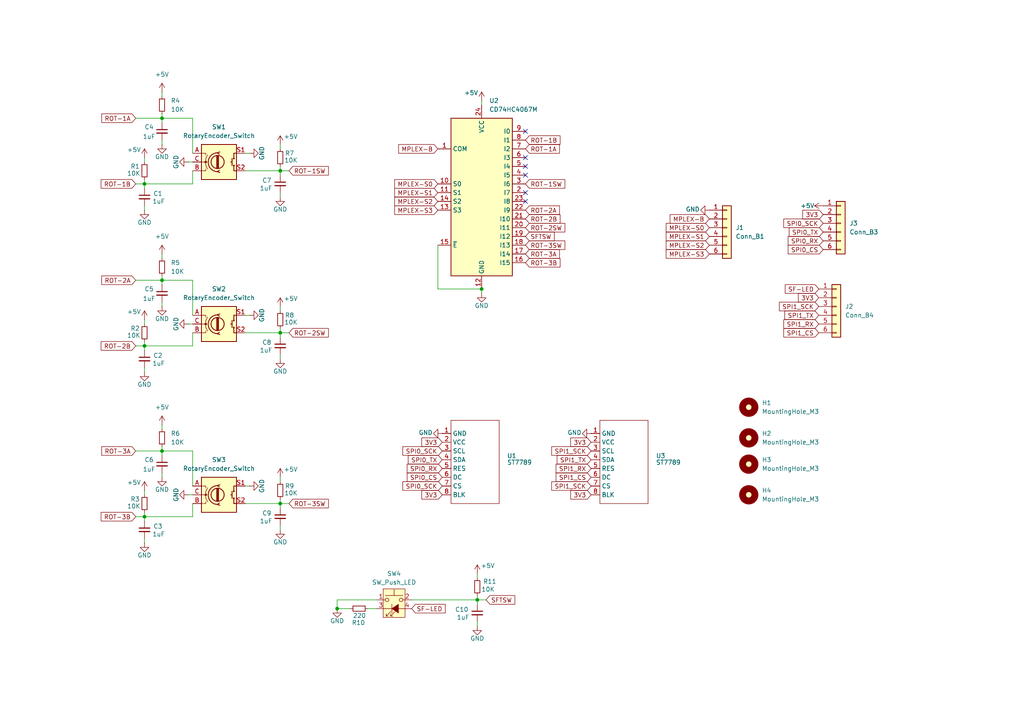
<source format=kicad_sch>
(kicad_sch (version 20231120) (generator "eeschema") (generator_version "8.0")
  (paper "A4")
  (lib_symbols
    (symbol "74xx:CD74HC4067M"
      (property "Reference" "U" (at -8.89 22.86 0))
      (property "Value" "CD74HC4067M" (at 1.27 22.86 0))
      (symbol "CD74HC4067M_0_1"
        (rectangle (start -8.89 21.59) (end 8.89 -24.13) (stroke (width 0.254)) (fill (type background)))
      )
      (symbol "CD74HC4067M_1_1"
        (pin passive line (at -12.7 12.7 0) (length 3.81) (name "COM") (number "1"))
        (pin input line (at -12.7 2.54 0) (length 3.81) (name "S0") (number "10"))
        (pin input line (at -12.7 0 0) (length 3.81) (name "S1") (number "11"))
        (pin power_in line (at 0 -27.94 90) (length 3.81) (name "GND") (number "12"))
        (pin input line (at -12.7 -5.08 0) (length 3.81) (name "S3") (number "13"))
        (pin input line (at -12.7 -2.54 0) (length 3.81) (name "S2") (number "14"))
        (pin input line (at -12.7 -15.24 0) (length 3.81) (name "~{E}") (number "15"))
        (pin passive line (at 12.7 -20.32 180) (length 3.81) (name "I15") (number "16"))
        (pin passive line (at 12.7 -17.78 180) (length 3.81) (name "I14") (number "17"))
        (pin passive line (at 12.7 -15.24 180) (length 3.81) (name "I13") (number "18"))
        (pin passive line (at 12.7 -12.7 180) (length 3.81) (name "I12") (number "19"))
        (pin passive line (at 12.7 0 180) (length 3.81) (name "I7") (number "2"))
        (pin passive line (at 12.7 -10.16 180) (length 3.81) (name "I11") (number "20"))
        (pin passive line (at 12.7 -7.62 180) (length 3.81) (name "I10") (number "21"))
        (pin passive line (at 12.7 -5.08 180) (length 3.81) (name "I9") (number "22"))
        (pin passive line (at 12.7 -2.54 180) (length 3.81) (name "I8") (number "23"))
        (pin power_in line (at 0 25.4 270) (length 3.81) (name "VCC") (number "24"))
        (pin passive line (at 12.7 2.54 180) (length 3.81) (name "I6") (number "3"))
        (pin passive line (at 12.7 5.08 180) (length 3.81) (name "I5") (number "4"))
        (pin passive line (at 12.7 7.62 180) (length 3.81) (name "I4") (number "5"))
        (pin passive line (at 12.7 10.16 180) (length 3.81) (name "I3") (number "6"))
        (pin passive line (at 12.7 12.7 180) (length 3.81) (name "I2") (number "7"))
        (pin passive line (at 12.7 15.24 180) (length 3.81) (name "I1") (number "8"))
        (pin passive line (at 12.7 17.78 180) (length 3.81) (name "I0") (number "9"))
      )
    )
    (symbol "Connector_Generic:Conn_01x06" (pin_names (offset 1.016) hide)
      (property "Reference" "J" (at 0 7.62 0))
      (property "Value" "Conn_01x06" (at 0 -10.16 0))
      (symbol "Conn_01x06_1_1"
        (rectangle (start -1.27 -7.493) (end 0 -7.747) (stroke (width 0.1524)))
        (rectangle (start -1.27 -4.953) (end 0 -5.207) (stroke (width 0.1524)))
        (rectangle (start -1.27 -2.413) (end 0 -2.667) (stroke (width 0.1524)))
        (rectangle (start -1.27 0.127) (end 0 -0.127) (stroke (width 0.1524)))
        (rectangle (start -1.27 2.667) (end 0 2.413) (stroke (width 0.1524)))
        (rectangle (start -1.27 5.207) (end 0 4.953) (stroke (width 0.1524)))
        (rectangle (start -1.27 6.35) (end 1.27 -8.89) (stroke (width 0.254)) (fill (type background)))
        (pin passive line (at -5.08 5.08 0) (length 3.81) (name "Pin_1") (number "1"))
        (pin passive line (at -5.08 2.54 0) (length 3.81) (name "Pin_2") (number "2"))
        (pin passive line (at -5.08 0 0) (length 3.81) (name "Pin_3") (number "3"))
        (pin passive line (at -5.08 -2.54 0) (length 3.81) (name "Pin_4") (number "4"))
        (pin passive line (at -5.08 -5.08 0) (length 3.81) (name "Pin_5") (number "5"))
        (pin passive line (at -5.08 -7.62 0) (length 3.81) (name "Pin_6") (number "6"))
      )
    )
    (symbol "Device:C_Small" (pin_numbers hide) (pin_names (offset 0.254) hide)
      (property "Reference" "C" (at 0.254 1.778 0))
      (property "Value" "C_Small" (at 0.254 -2.032 0))
      (symbol "C_Small_0_1"
        (polyline (pts (xy -1.524 -0.508) (xy 1.524 -0.508)) (stroke (width 0.3302)))
        (polyline (pts (xy -1.524 0.508) (xy 1.524 0.508)) (stroke (width 0.3048)))
      )
      (symbol "C_Small_1_1"
        (pin passive line (at 0 2.54 270) (length 2.032) (name "~") (number "1"))
        (pin passive line (at 0 -2.54 90) (length 2.032) (name "~") (number "2"))
      )
    )
    (symbol "Device:R_Small" (pin_numbers hide) (pin_names (offset 0.254) hide)
      (property "Reference" "R" (at 0.762 0.508 0))
      (property "Value" "R_Small" (at 0.762 -1.016 0))
      (symbol "R_Small_0_1"
        (rectangle (start -0.762 1.778) (end 0.762 -1.778) (stroke (width 0.2032)))
      )
      (symbol "R_Small_1_1"
        (pin passive line (at 0 2.54 270) (length 0.762) (name "~") (number "1"))
        (pin passive line (at 0 -2.54 90) (length 0.762) (name "~") (number "2"))
      )
    )
    (symbol "Device:RotaryEncoder_Switch" (pin_names (offset 0.254) hide)
      (property "Reference" "SW" (at 0 6.604 0))
      (property "Value" "RotaryEncoder_Switch" (at 0 -6.604 0))
      (symbol "RotaryEncoder_Switch_0_1"
        (rectangle (start -5.08 5.08) (end 5.08 -5.08) (stroke (width 0.254)) (fill (type background)))
        (circle (center -3.81 0) (radius 0.254) (fill (type outline)))
        (circle (center -0.381 0) (radius 1.905) (stroke (width 0.254)))
        (arc (start -0.381 2.667) (mid -3.0988 -0.0635) (end -0.381 -2.794) (stroke (width 0.254)))
        (polyline (pts (xy -0.635 -1.778) (xy -0.635 1.778)) (stroke (width 0.254)))
        (polyline (pts (xy -0.381 -1.778) (xy -0.381 1.778)) (stroke (width 0.254)))
        (polyline (pts (xy -0.127 1.778) (xy -0.127 -1.778)) (stroke (width 0.254)))
        (polyline (pts (xy 3.81 0) (xy 3.429 0)) (stroke (width 0.254)))
        (polyline (pts (xy 3.81 1.016) (xy 3.81 -1.016)) (stroke (width 0.254)))
        (polyline (pts (xy -5.08 -2.54) (xy -3.81 -2.54) (xy -3.81 -2.032)))
        (polyline (pts (xy -5.08 2.54) (xy -3.81 2.54) (xy -3.81 2.032)))
        (polyline (pts (xy 0.254 -3.048) (xy -0.508 -2.794) (xy 0.127 -2.413)) (stroke (width 0.254)))
        (polyline (pts (xy 0.254 2.921) (xy -0.508 2.667) (xy 0.127 2.286)) (stroke (width 0.254)))
        (polyline (pts (xy 5.08 -2.54) (xy 4.318 -2.54) (xy 4.318 -1.016)) (stroke (width 0.254)))
        (polyline (pts (xy 5.08 2.54) (xy 4.318 2.54) (xy 4.318 1.016)) (stroke (width 0.254)))
        (polyline (pts (xy -5.08 0) (xy -3.81 0) (xy -3.81 -1.016) (xy -3.302 -2.032)))
        (polyline (pts (xy -4.318 0) (xy -3.81 0) (xy -3.81 1.016) (xy -3.302 2.032)))
        (circle (center 4.318 -1.016) (radius 0.127) (stroke (width 0.254)))
        (circle (center 4.318 1.016) (radius 0.127) (stroke (width 0.254)))
      )
      (symbol "RotaryEncoder_Switch_1_1"
        (pin passive line (at -7.62 2.54 0) (length 2.54) (name "A") (number "A"))
        (pin passive line (at -7.62 -2.54 0) (length 2.54) (name "B") (number "B"))
        (pin passive line (at -7.62 0 0) (length 2.54) (name "C") (number "C"))
        (pin passive line (at 7.62 2.54 180) (length 2.54) (name "S1") (number "S1"))
        (pin passive line (at 7.62 -2.54 180) (length 2.54) (name "S2") (number "S2"))
      )
    )
    (symbol "PCM_SL_Mechanical:MountingHole_M3"
      (property "Reference" "H" (at 0 7.62 0))
      (property "Value" "MountingHole_M3" (at 0 5.08 0))
      (symbol "MountingHole_M3_0_1"
        (circle (center 0 0) (radius 1.27) (fill (type background)))
        (circle (center 0 0) (radius 1.7961) (stroke (width 2)))
      )
    )
    (symbol "Switch:SW_Push_LED" (pin_names (offset 1.016) hide)
      (property "Reference" "SW" (at 0 7.62 0))
      (property "Value" "SW_Push_LED" (at 0 -3.81 0))
      (symbol "SW_Push_LED_0_0"
        (polyline (pts (xy -2.54 0) (xy 2.54 0)))
        (polyline (pts (xy -2.286 -2.159) (xy -1.016 -0.889)))
        (polyline (pts (xy -1.016 -2.159) (xy 0.254 -0.889)))
        (polyline (pts (xy -0.635 1.27) (xy -0.635 -1.27)))
        (polyline (pts (xy -2.286 -1.524) (xy -2.286 -2.159) (xy -1.651 -2.159)))
        (polyline (pts (xy -1.016 -1.524) (xy -1.016 -2.159) (xy -0.381 -2.159)))
        (polyline (pts (xy -0.635 0) (xy 1.27 1.27) (xy 1.27 -1.27) (xy -0.635 0)) (fill (type outline)))
      )
      (symbol "SW_Push_LED_0_1"
        (circle (center -2.032 2.54) (radius 0.508))
        (polyline (pts (xy 0 3.81) (xy 0 5.588)))
        (polyline (pts (xy 2.54 3.81) (xy -2.54 3.81)))
        (circle (center 2.032 2.54) (radius 0.508))
        (pin passive line (at -5.08 2.54 0) (length 2.54) (name "1") (number "1"))
        (pin passive line (at 5.08 2.54 180) (length 2.54) (name "2") (number "2"))
        (pin passive line (at -5.08 0 0) (length 2.54) (name "K") (number "3"))
        (pin passive line (at 5.08 0 180) (length 2.54) (name "A") (number "4"))
      )
      (symbol "SW_Push_LED_1_1"
        (rectangle (start -3.175 5.715) (end 3.175 -2.54) (fill (type background)))
      )
    )
    (symbol "power:+5V" (power) (pin_numbers hide) (pin_names (offset 0) hide)
      (property "Value" "+5V" (at 0 3.556 0))
      (symbol "+5V_0_1"
        (polyline (pts (xy -0.762 1.27) (xy 0 2.54)))
        (polyline (pts (xy 0 0) (xy 0 2.54)))
        (polyline (pts (xy 0 2.54) (xy 0.762 1.27)))
      )
      (symbol "+5V_1_1"
        (pin power_in line (at 0 0 90) (length 0) (name "~") (number "1"))
      )
    )
    (symbol "power:GND" (power) (pin_numbers hide) (pin_names (offset 0) hide)
      (property "Value" "GND" (at 0 -3.81 0))
      (symbol "GND_0_1"
        (polyline (pts (xy 0 0) (xy 0 -1.27) (xy 1.27 -1.27) (xy 0 -2.54) (xy -1.27 -1.27) (xy 0 -1.27)))
      )
      (symbol "GND_1_1"
        (pin power_in line (at 0 0 270) (length 0) (name "~") (number "1"))
      )
    )
    (symbol "r3m1xxx_Library:ST7789-oled"
      (property "Reference" "U" (at -1.016 9.652 0))
      (symbol "ST7789-oled_0_1"
        (rectangle (start -7.62 11.43) (end 6.35 -12.7))
      )
      (symbol "ST7789-oled_1_1"
        (pin input line (at -10.16 7.62 0) (length 2.54) (name "GND") (number "1"))
        (pin input line (at -10.16 5.08 0) (length 2.54) (name "VCC") (number "2"))
        (pin input line (at -10.16 2.54 0) (length 2.54) (name "SCL") (number "3"))
        (pin input line (at -10.16 0 0) (length 2.54) (name "SDA") (number "4"))
        (pin input line (at -10.16 -2.54 0) (length 2.54) (name "RES") (number "5"))
        (pin input line (at -10.16 -5.08 0) (length 2.54) (name "DC") (number "6"))
        (pin input line (at -10.16 -7.62 0) (length 2.54) (name "CS") (number "7"))
        (pin input line (at -10.16 -10.16 0) (length 2.54) (name "BLK") (number "8"))
      )
    )
  )
  (junction (at 46.99 81.28))
  (junction (at 41.91 53.34))
  (junction (at 46.99 34.29))
  (junction (at 41.91 149.86))
  (junction (at 139.7 83.82))
  (junction (at 97.79 176.53))
  (junction (at 81.28 96.52))
  (junction (at 81.28 146.05))
  (junction (at 46.99 130.81))
  (junction (at 138.43 173.99))
  (junction (at 41.91 100.33))
  (junction (at 81.28 49.53))
  (no_connect (at 152.4 50.8))
  (no_connect (at 152.4 55.88))
  (no_connect (at 152.4 48.26))
  (no_connect (at 152.4 45.72))
  (no_connect (at 152.4 58.42))
  (no_connect (at 152.4 38.1))
  (wire (pts (xy 138.43 180.34) (xy 138.43 181.61)))
  (wire (pts (xy 55.88 53.34) (xy 55.88 49.53)))
  (wire (pts (xy 81.28 41.91) (xy 81.28 43.18)))
  (wire (pts (xy 72.39 140.97) (xy 71.12 140.97)))
  (wire (pts (xy 55.88 34.29) (xy 55.88 44.45)))
  (wire (pts (xy 81.28 49.53) (xy 81.28 48.26)))
  (wire (pts (xy 54.61 143.51) (xy 55.88 143.51)))
  (wire (pts (xy 127 71.12) (xy 127 83.82)))
  (wire (pts (xy 81.28 138.43) (xy 81.28 139.7)))
  (wire (pts (xy 41.91 149.86) (xy 41.91 148.59)))
  (wire (pts (xy 71.12 146.05) (xy 81.28 146.05)))
  (wire (pts (xy 46.99 81.28) (xy 55.88 81.28)))
  (wire (pts (xy 81.28 88.9) (xy 81.28 90.17)))
  (wire (pts (xy 46.99 130.81) (xy 55.88 130.81)))
  (wire (pts (xy 97.79 176.53) (xy 101.6 176.53)))
  (wire (pts (xy 39.37 130.81) (xy 46.99 130.81)))
  (wire (pts (xy 83.82 96.52) (xy 81.28 96.52)))
  (wire (pts (xy 81.28 97.79) (xy 81.28 96.52)))
  (wire (pts (xy 119.38 173.99) (xy 138.43 173.99)))
  (wire (pts (xy 81.28 50.8) (xy 81.28 49.53)))
  (wire (pts (xy 81.28 152.4) (xy 81.28 153.67)))
  (wire (pts (xy 46.99 35.56) (xy 46.99 34.29)))
  (wire (pts (xy 46.99 87.63) (xy 46.99 88.9)))
  (wire (pts (xy 109.22 173.99) (xy 97.79 173.99)))
  (wire (pts (xy 41.91 59.69) (xy 41.91 60.96)))
  (wire (pts (xy 41.91 53.34) (xy 41.91 52.07)))
  (wire (pts (xy 55.88 100.33) (xy 55.88 96.52)))
  (wire (pts (xy 72.39 91.44) (xy 71.12 91.44)))
  (wire (pts (xy 41.91 92.71) (xy 41.91 93.98)))
  (wire (pts (xy 39.37 81.28) (xy 46.99 81.28)))
  (wire (pts (xy 41.91 149.86) (xy 55.88 149.86)))
  (wire (pts (xy 39.37 149.86) (xy 41.91 149.86)))
  (wire (pts (xy 140.97 173.99) (xy 138.43 173.99)))
  (wire (pts (xy 139.7 29.21) (xy 139.7 30.48)))
  (wire (pts (xy 139.7 83.82) (xy 139.7 85.09)))
  (wire (pts (xy 41.91 100.33) (xy 41.91 99.06)))
  (wire (pts (xy 41.91 53.34) (xy 55.88 53.34)))
  (wire (pts (xy 46.99 81.28) (xy 46.99 80.01)))
  (wire (pts (xy 71.12 49.53) (xy 81.28 49.53)))
  (wire (pts (xy 97.79 173.99) (xy 97.79 176.53)))
  (wire (pts (xy 41.91 142.24) (xy 41.91 143.51)))
  (wire (pts (xy 54.61 93.98) (xy 55.88 93.98)))
  (wire (pts (xy 138.43 173.99) (xy 138.43 172.72)))
  (wire (pts (xy 39.37 100.33) (xy 41.91 100.33)))
  (wire (pts (xy 46.99 73.66) (xy 46.99 74.93)))
  (wire (pts (xy 138.43 166.37) (xy 138.43 167.64)))
  (wire (pts (xy 106.68 176.53) (xy 109.22 176.53)))
  (wire (pts (xy 46.99 26.67) (xy 46.99 27.94)))
  (wire (pts (xy 41.91 100.33) (xy 55.88 100.33)))
  (wire (pts (xy 55.88 149.86) (xy 55.88 146.05)))
  (wire (pts (xy 46.99 132.08) (xy 46.99 130.81)))
  (wire (pts (xy 41.91 54.61) (xy 41.91 53.34)))
  (wire (pts (xy 46.99 130.81) (xy 46.99 129.54)))
  (wire (pts (xy 81.28 55.88) (xy 81.28 57.15)))
  (wire (pts (xy 81.28 102.87) (xy 81.28 104.14)))
  (wire (pts (xy 39.37 53.34) (xy 41.91 53.34)))
  (wire (pts (xy 55.88 130.81) (xy 55.88 140.97)))
  (wire (pts (xy 83.82 49.53) (xy 81.28 49.53)))
  (wire (pts (xy 41.91 106.68) (xy 41.91 107.95)))
  (wire (pts (xy 72.39 44.45) (xy 71.12 44.45)))
  (wire (pts (xy 41.91 45.72) (xy 41.91 46.99)))
  (wire (pts (xy 83.82 146.05) (xy 81.28 146.05)))
  (wire (pts (xy 46.99 40.64) (xy 46.99 41.91)))
  (wire (pts (xy 39.37 34.29) (xy 46.99 34.29)))
  (wire (pts (xy 138.43 175.26) (xy 138.43 173.99)))
  (wire (pts (xy 81.28 146.05) (xy 81.28 144.78)))
  (wire (pts (xy 46.99 82.55) (xy 46.99 81.28)))
  (wire (pts (xy 81.28 96.52) (xy 81.28 95.25)))
  (wire (pts (xy 46.99 34.29) (xy 46.99 33.02)))
  (wire (pts (xy 55.88 81.28) (xy 55.88 91.44)))
  (wire (pts (xy 41.91 101.6) (xy 41.91 100.33)))
  (wire (pts (xy 46.99 123.19) (xy 46.99 124.46)))
  (wire (pts (xy 41.91 156.21) (xy 41.91 157.48)))
  (wire (pts (xy 46.99 137.16) (xy 46.99 138.43)))
  (wire (pts (xy 71.12 96.52) (xy 81.28 96.52)))
  (wire (pts (xy 46.99 34.29) (xy 55.88 34.29)))
  (wire (pts (xy 41.91 151.13) (xy 41.91 149.86)))
  (wire (pts (xy 127 83.82) (xy 139.7 83.82)))
  (wire (pts (xy 81.28 147.32) (xy 81.28 146.05)))
  (wire (pts (xy 54.61 46.99) (xy 55.88 46.99)))
  (global_label "MPLEX-B" (shape input) (at 205.74 63.5 180) (property "Intersheetrefs" "${INTERSHEET_REFS}" (effects (hide yes))))
  (global_label "ROT-2B" (shape input) (at 152.4 63.5 0) (property "Intersheetrefs" "${INTERSHEET_REFS}" (effects (hide yes))))
  (global_label "SFTSW" (shape input) (at 140.97 173.99 0) (property "Intersheetrefs" "${INTERSHEET_REFS}" (effects (hide yes))))
  (global_label "MPLEX-S3" (shape input) (at 127 60.96 180) (property "Intersheetrefs" "${INTERSHEET_REFS}" (effects (hide yes))))
  (global_label "SPI0_TX" (shape input) (at 238.76 67.31 180) (property "Intersheetrefs" "${INTERSHEET_REFS}" (effects (hide yes))))
  (global_label "SPI1_SCK" (shape input) (at 171.45 130.81 180) (property "Intersheetrefs" "${INTERSHEET_REFS}" (effects (hide yes))))
  (global_label "3V3" (shape input) (at 128.27 128.27 180) (property "Intersheetrefs" "${INTERSHEET_REFS}" (effects (hide yes))))
  (global_label "SF-LED" (shape input) (at 237.49 83.82 180) (property "Intersheetrefs" "${INTERSHEET_REFS}" (effects (hide yes))))
  (global_label "ROT-2B" (shape input) (at 39.37 100.33 180) (property "Intersheetrefs" "${INTERSHEET_REFS}" (effects (hide yes))))
  (global_label "SPI1_CS" (shape input) (at 237.49 96.52 180) (property "Intersheetrefs" "${INTERSHEET_REFS}" (effects (hide yes))))
  (global_label "SPI0_SCK" (shape input) (at 128.27 140.97 180) (property "Intersheetrefs" "${INTERSHEET_REFS}" (effects (hide yes))))
  (global_label "3V3" (shape input) (at 171.45 128.27 180) (property "Intersheetrefs" "${INTERSHEET_REFS}" (effects (hide yes))))
  (global_label "MPLEX-B" (shape input) (at 127 43.18 180) (property "Intersheetrefs" "${INTERSHEET_REFS}" (effects (hide yes))))
  (global_label "ROT-2SW" (shape input) (at 152.4 66.04 0) (property "Intersheetrefs" "${INTERSHEET_REFS}" (effects (hide yes))))
  (global_label "SPI0_RX" (shape input) (at 128.27 135.89 180) (property "Intersheetrefs" "${INTERSHEET_REFS}" (effects (hide yes))))
  (global_label "ROT-1B" (shape input) (at 152.4 40.64 0) (property "Intersheetrefs" "${INTERSHEET_REFS}" (effects (hide yes))))
  (global_label "SPI1_SCK" (shape input) (at 237.49 88.9 180) (property "Intersheetrefs" "${INTERSHEET_REFS}" (effects (hide yes))))
  (global_label "3V3" (shape input) (at 237.49 86.36 180) (property "Intersheetrefs" "${INTERSHEET_REFS}" (effects (hide yes))))
  (global_label "MPLEX-S0" (shape input) (at 127 53.34 180) (property "Intersheetrefs" "${INTERSHEET_REFS}" (effects (hide yes))))
  (global_label "ROT-1SW" (shape input) (at 83.82 49.53 0) (property "Intersheetrefs" "${INTERSHEET_REFS}" (effects (hide yes))))
  (global_label "ROT-2A" (shape input) (at 39.37 81.28 180) (property "Intersheetrefs" "${INTERSHEET_REFS}" (effects (hide yes))))
  (global_label "ROT-2SW" (shape input) (at 83.82 96.52 0) (property "Intersheetrefs" "${INTERSHEET_REFS}" (effects (hide yes))))
  (global_label "MPLEX-S1" (shape input) (at 127 55.88 180) (property "Intersheetrefs" "${INTERSHEET_REFS}" (effects (hide yes))))
  (global_label "ROT-3A" (shape input) (at 152.4 73.66 0) (property "Intersheetrefs" "${INTERSHEET_REFS}" (effects (hide yes))))
  (global_label "SPI1_CS" (shape input) (at 171.45 138.43 180) (property "Intersheetrefs" "${INTERSHEET_REFS}" (effects (hide yes))))
  (global_label "SPI0_SCK" (shape input) (at 238.76 64.77 180) (property "Intersheetrefs" "${INTERSHEET_REFS}" (effects (hide yes))))
  (global_label "MPLEX-S2" (shape input) (at 127 58.42 180) (property "Intersheetrefs" "${INTERSHEET_REFS}" (effects (hide yes))))
  (global_label "ROT-3SW" (shape input) (at 83.82 146.05 0) (property "Intersheetrefs" "${INTERSHEET_REFS}" (effects (hide yes))))
  (global_label "SPI0_RX" (shape input) (at 238.76 69.85 180) (property "Intersheetrefs" "${INTERSHEET_REFS}" (effects (hide yes))))
  (global_label "3V3" (shape input) (at 238.76 62.23 180) (property "Intersheetrefs" "${INTERSHEET_REFS}" (effects (hide yes))))
  (global_label "SPI0_TX" (shape input) (at 128.27 133.35 180) (property "Intersheetrefs" "${INTERSHEET_REFS}" (effects (hide yes))))
  (global_label "ROT-1A" (shape input) (at 152.4 43.18 0) (property "Intersheetrefs" "${INTERSHEET_REFS}" (effects (hide yes))))
  (global_label "3V3" (shape input) (at 128.27 143.51 180) (property "Intersheetrefs" "${INTERSHEET_REFS}" (effects (hide yes))))
  (global_label "MPLEX-S0" (shape input) (at 205.74 66.04 180) (property "Intersheetrefs" "${INTERSHEET_REFS}" (effects (hide yes))))
  (global_label "SPI1_SCK" (shape input) (at 171.45 140.97 180) (property "Intersheetrefs" "${INTERSHEET_REFS}" (effects (hide yes))))
  (global_label "ROT-2A" (shape input) (at 152.4 60.96 0) (property "Intersheetrefs" "${INTERSHEET_REFS}" (effects (hide yes))))
  (global_label "ROT-1SW" (shape input) (at 152.4 53.34 0) (property "Intersheetrefs" "${INTERSHEET_REFS}" (effects (hide yes))))
  (global_label "SPI1_RX" (shape input) (at 171.45 135.89 180) (property "Intersheetrefs" "${INTERSHEET_REFS}" (effects (hide yes))))
  (global_label "ROT-3B" (shape input) (at 152.4 76.2 0) (property "Intersheetrefs" "${INTERSHEET_REFS}" (effects (hide yes))))
  (global_label "SPI1_TX" (shape input) (at 237.49 91.44 180) (property "Intersheetrefs" "${INTERSHEET_REFS}" (effects (hide yes))))
  (global_label "ROT-3SW" (shape input) (at 152.4 71.12 0) (property "Intersheetrefs" "${INTERSHEET_REFS}" (effects (hide yes))))
  (global_label "ROT-3B" (shape input) (at 39.37 149.86 180) (property "Intersheetrefs" "${INTERSHEET_REFS}" (effects (hide yes))))
  (global_label "SPI1_RX" (shape input) (at 237.49 93.98 180) (property "Intersheetrefs" "${INTERSHEET_REFS}" (effects (hide yes))))
  (global_label "ROT-3A" (shape input) (at 39.37 130.81 180) (property "Intersheetrefs" "${INTERSHEET_REFS}" (effects (hide yes))))
  (global_label "MPLEX-S3" (shape input) (at 205.74 73.66 180) (property "Intersheetrefs" "${INTERSHEET_REFS}" (effects (hide yes))))
  (global_label "SFTSW" (shape input) (at 152.4 68.58 0) (property "Intersheetrefs" "${INTERSHEET_REFS}" (effects (hide yes))))
  (global_label "MPLEX-S2" (shape input) (at 205.74 71.12 180) (property "Intersheetrefs" "${INTERSHEET_REFS}" (effects (hide yes))))
  (global_label "SPI0_SCK" (shape input) (at 128.27 130.81 180) (property "Intersheetrefs" "${INTERSHEET_REFS}" (effects (hide yes))))
  (global_label "SF-LED" (shape input) (at 119.38 176.53 0) (property "Intersheetrefs" "${INTERSHEET_REFS}" (effects (hide yes))))
  (global_label "SPI1_TX" (shape input) (at 171.45 133.35 180) (property "Intersheetrefs" "${INTERSHEET_REFS}" (effects (hide yes))))
  (global_label "SPI0_CS" (shape input) (at 238.76 72.39 180) (property "Intersheetrefs" "${INTERSHEET_REFS}" (effects (hide yes))))
  (global_label "SPI0_CS" (shape input) (at 128.27 138.43 180) (property "Intersheetrefs" "${INTERSHEET_REFS}" (effects (hide yes))))
  (global_label "MPLEX-S1" (shape input) (at 205.74 68.58 180) (property "Intersheetrefs" "${INTERSHEET_REFS}" (effects (hide yes))))
  (global_label "3V3" (shape input) (at 171.45 143.51 180) (property "Intersheetrefs" "${INTERSHEET_REFS}" (effects (hide yes))))
  (global_label "ROT-1A" (shape input) (at 39.37 34.29 180) (property "Intersheetrefs" "${INTERSHEET_REFS}" (effects (hide yes))))
  (global_label "ROT-1B" (shape input) (at 39.37 53.34 180) (property "Intersheetrefs" "${INTERSHEET_REFS}" (effects (hide yes))))
  (symbol (lib_id "r3m1xxx_Library:ST7789-oled") (at 138.43 133.35 0) (unit 1)
    (property "Reference" "U1" (at 147.066 132.2069 0) (effects (justify left)))
    (property "Value" "ST7789" (at 147.066 134.112 0) (effects (justify left)))
    (property "Footprint" "Display-oled:RGB_096" (effects (hide yes)))
  )
  (symbol (lib_id "Device:C_Small") (at 81.28 53.34 0) (mirror y) (unit 1)
    (property "Reference" "C7" (at 78.74 52.324 0) (effects (justify left)))
    (property "Value" "1uF" (at 78.994 54.61 0) (effects (justify left)))
    (property "Footprint" "Capacitor_SMD:C_1206_3216Metric_Pad1.33x1.80mm_HandSolder" (effects (hide yes)))
    (property "Description" "Unpolarized capacitor, small symbol" (effects (hide yes)))
  )
  (symbol (lib_id "Device:C_Small") (at 46.99 85.09 0) (unit 1)
    (property "Reference" "C5" (at 41.91 83.82 0) (effects (justify left)))
    (property "Value" "1uF" (at 41.402 86.614 0) (effects (justify left)))
    (property "Footprint" "Capacitor_SMD:C_1206_3216Metric_Pad1.33x1.80mm_HandSolder" (effects (hide yes)))
    (property "Description" "Unpolarized capacitor, small symbol" (effects (hide yes)))
  )
  (symbol (lib_id "power:GND") (at 205.74 60.96 270) (mirror x) (unit 1)
    (property "Reference" "#PWR032" (effects (hide yes)))
    (property "Value" "GND" (at 200.914 60.706 90))
    (property "Description" "Power symbol creates a global label with name \"GND\" , ground" (effects (hide yes)))
  )
  (symbol (lib_id "power:+5V") (at 81.28 41.91 0) (mirror y) (unit 1)
    (property "Reference" "#PWR019" (effects (hide yes)))
    (property "Value" "+5V" (at 84.328 39.624 0))
    (property "Description" "Power symbol creates a global label with name \"+5V\"" (effects (hide yes)))
  )
  (symbol (lib_id "PCM_SL_Mechanical:MountingHole_M3") (at 217.17 127 0) (unit 1)
    (property "Reference" "H2" (at 220.98 125.7299 0) (effects (justify left)))
    (property "Value" "MountingHole_M3" (at 220.98 128.2699 0) (effects (justify left)))
    (property "Footprint" "MountingHole:MountingHole_3.2mm_M3" (effects (hide yes)))
    (property "Description" "3.2mm Diameter Mounting Hole (M3)" (effects (hide yes)))
  )
  (symbol (lib_id "power:GND") (at 81.28 57.15 0) (unit 1)
    (property "Reference" "#PWR020" (effects (hide yes)))
    (property "Value" "GND" (at 81.28 60.706 0))
    (property "Description" "Power symbol creates a global label with name \"GND\" , ground" (effects (hide yes)))
  )
  (symbol (lib_id "power:+5V") (at 46.99 73.66 0) (unit 1)
    (property "Reference" "#PWR09" (effects (hide yes)))
    (property "Value" "+5V" (at 46.99 68.58 0))
    (property "Description" "Power symbol creates a global label with name \"+5V\"" (effects (hide yes)))
  )
  (symbol (lib_id "power:GND") (at 81.28 153.67 0) (unit 1)
    (property "Reference" "#PWR024" (effects (hide yes)))
    (property "Value" "GND" (at 81.28 157.226 0))
    (property "Description" "Power symbol creates a global label with name \"GND\" , ground" (effects (hide yes)))
  )
  (symbol (lib_id "Device:R_Small") (at 81.28 45.72 0) (mirror y) (unit 1)
    (property "Reference" "R7" (at 85.344 44.45 0) (effects (justify left)))
    (property "Value" "10K" (at 86.36 46.482 0) (effects (justify left)))
    (property "Footprint" "PCM_Resistor_SMD_AKL:R_1206_3216Metric_Pad1.30x1.75mm_HandSolder" (effects (hide yes)))
    (property "Description" "Resistor, small symbol" (effects (hide yes)))
  )
  (symbol (lib_id "74xx:CD74HC4067M") (at 139.7 55.88 0) (unit 1)
    (property "Reference" "U2" (at 141.8941 29.21 0) (effects (justify left)))
    (property "Value" "CD74HC4067M" (at 141.8941 31.75 0) (effects (justify left)))
    (property "Footprint" "Package_SO:SOIC-24W_7.5x15.4mm_P1.27mm" (effects (hide yes)))
    (property "Datasheet" "http://www.ti.com/lit/ds/symlink/cd74hc4067.pdf" (effects (hide yes)))
    (property "Description" "High-Speed CMOS Logic 16-Channel Analog Multiplexer/Demultiplexer, SOIC-24" (effects (hide yes)))
  )
  (symbol (lib_id "power:+5V") (at 138.43 166.37 0) (mirror y) (unit 1)
    (property "Reference" "#PWR027" (effects (hide yes)))
    (property "Value" "+5V" (at 141.478 164.084 0))
    (property "Description" "Power symbol creates a global label with name \"+5V\"" (effects (hide yes)))
  )
  (symbol (lib_id "power:GND") (at 171.45 125.73 270) (mirror x) (unit 1)
    (property "Reference" "#PWR031" (effects (hide yes)))
    (property "Value" "GND" (at 166.624 125.476 90))
    (property "Description" "Power symbol creates a global label with name \"GND\" , ground" (effects (hide yes)))
  )
  (symbol (lib_id "power:GND") (at 139.7 85.09 0) (mirror y) (unit 1)
    (property "Reference" "#PWR030" (effects (hide yes)))
    (property "Value" "GND" (at 139.7 88.646 0))
    (property "Description" "Power symbol creates a global label with name \"GND\" , ground" (effects (hide yes)))
  )
  (symbol (lib_id "r3m1xxx_Library:ST7789-oled") (at 181.61 133.35 0) (unit 1)
    (property "Reference" "U3" (at 190.246 132.2069 0) (effects (justify left)))
    (property "Value" "ST7789" (at 190.246 134.112 0) (effects (justify left)))
    (property "Footprint" "Display-oled:RGB_096" (effects (hide yes)))
  )
  (symbol (lib_id "Device:R_Small") (at 46.99 127 0) (unit 1)
    (property "Reference" "R6" (at 49.53 125.7299 0) (effects (justify left)))
    (property "Value" "10K" (at 49.53 128.2699 0) (effects (justify left)))
    (property "Footprint" "PCM_Resistor_SMD_AKL:R_1206_3216Metric_Pad1.30x1.75mm_HandSolder" (effects (hide yes)))
    (property "Description" "Resistor, small symbol" (effects (hide yes)))
  )
  (symbol (lib_id "Device:RotaryEncoder_Switch") (at 63.5 93.98 0) (unit 1)
    (property "Reference" "SW2" (at 63.5 83.82 0))
    (property "Value" "RotaryEncoder_Switch" (at 63.5 86.36 0))
    (property "Footprint" "Rotary_Encoder:RotaryEncoder_Alps_EC11E-Switch_Vertical_H20mm_CircularMountingHoles" (effects (hide yes)))
    (property "Description" "Rotary encoder, dual channel, incremental quadrate outputs, with switch" (effects (hide yes)))
  )
  (symbol (lib_id "power:+5V") (at 41.91 45.72 0) (unit 1)
    (property "Reference" "#PWR01" (effects (hide yes)))
    (property "Value" "+5V" (at 38.862 43.434 0))
    (property "Description" "Power symbol creates a global label with name \"+5V\"" (effects (hide yes)))
  )
  (symbol (lib_id "power:+5V") (at 46.99 123.19 0) (unit 1)
    (property "Reference" "#PWR011" (effects (hide yes)))
    (property "Value" "+5V" (at 46.99 118.11 0))
    (property "Description" "Power symbol creates a global label with name \"+5V\"" (effects (hide yes)))
  )
  (symbol (lib_id "Device:C_Small") (at 81.28 100.33 0) (mirror y) (unit 1)
    (property "Reference" "C8" (at 78.74 99.314 0) (effects (justify left)))
    (property "Value" "1uF" (at 78.994 101.6 0) (effects (justify left)))
    (property "Footprint" "Capacitor_SMD:C_1206_3216Metric_Pad1.33x1.80mm_HandSolder" (effects (hide yes)))
    (property "Description" "Unpolarized capacitor, small symbol" (effects (hide yes)))
  )
  (symbol (lib_id "power:GND") (at 97.79 176.53 0) (mirror y) (unit 1)
    (property "Reference" "#PWR025" (effects (hide yes)))
    (property "Value" "GND" (at 97.79 180.086 0))
    (property "Description" "Power symbol creates a global label with name \"GND\" , ground" (effects (hide yes)))
  )
  (symbol (lib_id "Device:C_Small") (at 81.28 149.86 0) (mirror y) (unit 1)
    (property "Reference" "C9" (at 78.74 148.844 0) (effects (justify left)))
    (property "Value" "1uF" (at 78.994 151.13 0) (effects (justify left)))
    (property "Footprint" "Capacitor_SMD:C_1206_3216Metric_Pad1.33x1.80mm_HandSolder" (effects (hide yes)))
    (property "Description" "Unpolarized capacitor, small symbol" (effects (hide yes)))
  )
  (symbol (lib_id "power:+5V") (at 81.28 88.9 0) (mirror y) (unit 1)
    (property "Reference" "#PWR021" (effects (hide yes)))
    (property "Value" "+5V" (at 84.328 86.614 0))
    (property "Description" "Power symbol creates a global label with name \"+5V\"" (effects (hide yes)))
  )
  (symbol (lib_id "power:GND") (at 54.61 46.99 270) (mirror x) (unit 1)
    (property "Reference" "#PWR013" (effects (hide yes)))
    (property "Value" "GND" (at 51.054 46.99 0))
    (property "Description" "Power symbol creates a global label with name \"GND\" , ground" (effects (hide yes)))
  )
  (symbol (lib_id "Device:RotaryEncoder_Switch") (at 63.5 46.99 0) (unit 1)
    (property "Reference" "SW1" (at 63.5 36.83 0))
    (property "Value" "RotaryEncoder_Switch" (at 63.5 39.37 0))
    (property "Footprint" "Rotary_Encoder:RotaryEncoder_Alps_EC11E-Switch_Vertical_H20mm_CircularMountingHoles" (effects (hide yes)))
    (property "Description" "Rotary encoder, dual channel, incremental quadrate outputs, with switch" (effects (hide yes)))
  )
  (symbol (lib_id "power:GND") (at 138.43 181.61 0) (unit 1)
    (property "Reference" "#PWR028" (effects (hide yes)))
    (property "Value" "GND" (at 138.43 185.166 0))
    (property "Description" "Power symbol creates a global label with name \"GND\" , ground" (effects (hide yes)))
  )
  (symbol (lib_id "Device:R_Small") (at 46.99 30.48 0) (unit 1)
    (property "Reference" "R4" (at 49.53 29.2099 0) (effects (justify left)))
    (property "Value" "10K" (at 49.53 31.7499 0) (effects (justify left)))
    (property "Footprint" "PCM_Resistor_SMD_AKL:R_1206_3216Metric_Pad1.30x1.75mm_HandSolder" (effects (hide yes)))
    (property "Description" "Resistor, small symbol" (effects (hide yes)))
  )
  (symbol (lib_id "power:GND") (at 72.39 140.97 90) (mirror x) (unit 1)
    (property "Reference" "#PWR018" (effects (hide yes)))
    (property "Value" "GND" (at 75.946 140.97 0))
    (property "Description" "Power symbol creates a global label with name \"GND\" , ground" (effects (hide yes)))
  )
  (symbol (lib_id "power:GND") (at 81.28 104.14 0) (unit 1)
    (property "Reference" "#PWR022" (effects (hide yes)))
    (property "Value" "GND" (at 81.28 107.696 0))
    (property "Description" "Power symbol creates a global label with name \"GND\" , ground" (effects (hide yes)))
  )
  (symbol (lib_id "PCM_SL_Mechanical:MountingHole_M3") (at 217.17 118.11 0) (unit 1)
    (property "Reference" "H1" (at 220.98 116.8399 0) (effects (justify left)))
    (property "Value" "MountingHole_M3" (at 220.98 119.3799 0) (effects (justify left)))
    (property "Footprint" "MountingHole:MountingHole_3.2mm_M3" (effects (hide yes)))
    (property "Description" "3.2mm Diameter Mounting Hole (M3)" (effects (hide yes)))
  )
  (symbol (lib_id "Connector_Generic:Conn_01x06") (at 210.82 66.04 0) (unit 1)
    (property "Reference" "J1" (at 213.36 66.0399 0) (effects (justify left)))
    (property "Value" "Conn_B1" (at 213.36 68.5799 0) (effects (justify left)))
    (property "Footprint" "Connector_PinHeader_2.54mm:PinHeader_1x06_P2.54mm_Vertical" (effects (hide yes)))
    (property "Description" "Generic connector, single row, 01x06, script generated (kicad-library-utils/schlib/autogen/connector/)" (effects (hide yes)))
  )
  (symbol (lib_id "Device:R_Small") (at 41.91 49.53 0) (unit 1)
    (property "Reference" "R1" (at 37.846 48.26 0) (effects (justify left)))
    (property "Value" "10K" (at 36.83 50.292 0) (effects (justify left)))
    (property "Footprint" "PCM_Resistor_SMD_AKL:R_1206_3216Metric_Pad1.30x1.75mm_HandSolder" (effects (hide yes)))
    (property "Description" "Resistor, small symbol" (effects (hide yes)))
  )
  (symbol (lib_id "Device:C_Small") (at 41.91 57.15 0) (unit 1)
    (property "Reference" "C1" (at 44.45 56.134 0) (effects (justify left)))
    (property "Value" "1uF" (at 44.196 58.42 0) (effects (justify left)))
    (property "Footprint" "Capacitor_SMD:C_1206_3216Metric_Pad1.33x1.80mm_HandSolder" (effects (hide yes)))
    (property "Description" "Unpolarized capacitor, small symbol" (effects (hide yes)))
  )
  (symbol (lib_id "Connector_Generic:Conn_01x06") (at 243.84 64.77 0) (unit 1)
    (property "Reference" "J3" (at 246.38 64.7699 0) (effects (justify left)))
    (property "Value" "Conn_B3" (at 246.38 67.3099 0) (effects (justify left)))
    (property "Footprint" "Connector_PinHeader_2.54mm:PinHeader_1x06_P2.54mm_Vertical" (effects (hide yes)))
    (property "Description" "Generic connector, single row, 01x06, script generated (kicad-library-utils/schlib/autogen/connector/)" (effects (hide yes)))
  )
  (symbol (lib_id "Device:C_Small") (at 41.91 104.14 0) (unit 1)
    (property "Reference" "C2" (at 44.45 103.124 0) (effects (justify left)))
    (property "Value" "1uF" (at 44.196 105.41 0) (effects (justify left)))
    (property "Footprint" "Capacitor_SMD:C_1206_3216Metric_Pad1.33x1.80mm_HandSolder" (effects (hide yes)))
    (property "Description" "Unpolarized capacitor, small symbol" (effects (hide yes)))
  )
  (symbol (lib_id "Device:R_Small") (at 81.28 142.24 0) (mirror y) (unit 1)
    (property "Reference" "R9" (at 85.344 140.97 0) (effects (justify left)))
    (property "Value" "10K" (at 86.36 143.002 0) (effects (justify left)))
    (property "Footprint" "PCM_Resistor_SMD_AKL:R_1206_3216Metric_Pad1.30x1.75mm_HandSolder" (effects (hide yes)))
    (property "Description" "Resistor, small symbol" (effects (hide yes)))
  )
  (symbol (lib_id "power:+5V") (at 139.7 29.21 0) (unit 1)
    (property "Reference" "#PWR029" (effects (hide yes)))
    (property "Value" "+5V" (at 136.652 26.924 0))
    (property "Description" "Power symbol creates a global label with name \"+5V\"" (effects (hide yes)))
  )
  (symbol (lib_id "power:+5V") (at 81.28 138.43 0) (mirror y) (unit 1)
    (property "Reference" "#PWR023" (effects (hide yes)))
    (property "Value" "+5V" (at 84.328 136.144 0))
    (property "Description" "Power symbol creates a global label with name \"+5V\"" (effects (hide yes)))
  )
  (symbol (lib_id "Device:R_Small") (at 138.43 170.18 0) (mirror y) (unit 1)
    (property "Reference" "R11" (at 144.018 168.656 0) (effects (justify left)))
    (property "Value" "10K" (at 143.51 170.942 0) (effects (justify left)))
    (property "Footprint" "PCM_Resistor_SMD_AKL:R_1206_3216Metric_Pad1.30x1.75mm_HandSolder" (effects (hide yes)))
    (property "Description" "Resistor, small symbol" (effects (hide yes)))
  )
  (symbol (lib_id "power:GND") (at 72.39 44.45 90) (mirror x) (unit 1)
    (property "Reference" "#PWR016" (effects (hide yes)))
    (property "Value" "GND" (at 75.946 44.45 0))
    (property "Description" "Power symbol creates a global label with name \"GND\" , ground" (effects (hide yes)))
  )
  (symbol (lib_id "Device:R_Small") (at 41.91 96.52 0) (unit 1)
    (property "Reference" "R2" (at 37.846 95.25 0) (effects (justify left)))
    (property "Value" "10K" (at 36.83 97.282 0) (effects (justify left)))
    (property "Footprint" "PCM_Resistor_SMD_AKL:R_1206_3216Metric_Pad1.30x1.75mm_HandSolder" (effects (hide yes)))
    (property "Description" "Resistor, small symbol" (effects (hide yes)))
  )
  (symbol (lib_id "power:GND") (at 46.99 88.9 0) (mirror y) (unit 1)
    (property "Reference" "#PWR010" (effects (hide yes)))
    (property "Value" "GND" (at 46.99 92.456 0))
    (property "Description" "Power symbol creates a global label with name \"GND\" , ground" (effects (hide yes)))
  )
  (symbol (lib_id "power:+5V") (at 41.91 142.24 0) (unit 1)
    (property "Reference" "#PWR05" (effects (hide yes)))
    (property "Value" "+5V" (at 38.862 139.954 0))
    (property "Description" "Power symbol creates a global label with name \"+5V\"" (effects (hide yes)))
  )
  (symbol (lib_id "Device:C_Small") (at 41.91 153.67 0) (unit 1)
    (property "Reference" "C3" (at 44.45 152.654 0) (effects (justify left)))
    (property "Value" "1uF" (at 44.196 154.94 0) (effects (justify left)))
    (property "Footprint" "Capacitor_SMD:C_1206_3216Metric_Pad1.33x1.80mm_HandSolder" (effects (hide yes)))
    (property "Description" "Unpolarized capacitor, small symbol" (effects (hide yes)))
  )
  (symbol (lib_id "power:+5V") (at 41.91 92.71 0) (unit 1)
    (property "Reference" "#PWR03" (effects (hide yes)))
    (property "Value" "+5V" (at 38.862 90.424 0))
    (property "Description" "Power symbol creates a global label with name \"+5V\"" (effects (hide yes)))
  )
  (symbol (lib_id "Device:R_Small") (at 81.28 92.71 0) (mirror y) (unit 1)
    (property "Reference" "R8" (at 85.344 91.44 0) (effects (justify left)))
    (property "Value" "10K" (at 86.36 93.472 0) (effects (justify left)))
    (property "Footprint" "PCM_Resistor_SMD_AKL:R_1206_3216Metric_Pad1.30x1.75mm_HandSolder" (effects (hide yes)))
    (property "Description" "Resistor, small symbol" (effects (hide yes)))
  )
  (symbol (lib_id "Device:C_Small") (at 46.99 134.62 0) (unit 1)
    (property "Reference" "C6" (at 41.91 133.35 0) (effects (justify left)))
    (property "Value" "1uF" (at 41.402 136.144 0) (effects (justify left)))
    (property "Footprint" "Capacitor_SMD:C_1206_3216Metric_Pad1.33x1.80mm_HandSolder" (effects (hide yes)))
    (property "Description" "Unpolarized capacitor, small symbol" (effects (hide yes)))
  )
  (symbol (lib_id "power:GND") (at 128.27 125.73 270) (mirror x) (unit 1)
    (property "Reference" "#PWR026" (effects (hide yes)))
    (property "Value" "GND" (at 123.444 125.476 90))
    (property "Description" "Power symbol creates a global label with name \"GND\" , ground" (effects (hide yes)))
  )
  (symbol (lib_id "Device:R_Small") (at 104.14 176.53 90) (unit 1)
    (property "Reference" "R10" (at 105.918 180.594 90) (effects (justify left)))
    (property "Value" "220" (at 106.172 178.562 90) (effects (justify left)))
    (property "Footprint" "PCM_Resistor_SMD_AKL:R_1206_3216Metric_Pad1.30x1.75mm_HandSolder" (effects (hide yes)))
    (property "Description" "Resistor, small symbol" (effects (hide yes)))
  )
  (symbol (lib_id "power:GND") (at 72.39 91.44 90) (mirror x) (unit 1)
    (property "Reference" "#PWR017" (effects (hide yes)))
    (property "Value" "GND" (at 75.946 91.44 0))
    (property "Description" "Power symbol creates a global label with name \"GND\" , ground" (effects (hide yes)))
  )
  (symbol (lib_id "power:GND") (at 41.91 60.96 0) (mirror y) (unit 1)
    (property "Reference" "#PWR02" (effects (hide yes)))
    (property "Value" "GND" (at 41.91 64.516 0))
    (property "Description" "Power symbol creates a global label with name \"GND\" , ground" (effects (hide yes)))
  )
  (symbol (lib_id "PCM_SL_Mechanical:MountingHole_M3") (at 217.17 143.51 0) (unit 1)
    (property "Reference" "H4" (at 220.98 142.2399 0) (effects (justify left)))
    (property "Value" "MountingHole_M3" (at 220.98 144.7799 0) (effects (justify left)))
    (property "Footprint" "MountingHole:MountingHole_3.2mm_M3" (effects (hide yes)))
    (property "Description" "3.2mm Diameter Mounting Hole (M3)" (effects (hide yes)))
  )
  (symbol (lib_id "power:GND") (at 46.99 41.91 0) (mirror y) (unit 1)
    (property "Reference" "#PWR08" (effects (hide yes)))
    (property "Value" "GND" (at 46.99 45.466 0))
    (property "Description" "Power symbol creates a global label with name \"GND\" , ground" (effects (hide yes)))
  )
  (symbol (lib_id "power:+5V") (at 238.76 59.69 90) (unit 1)
    (property "Reference" "#PWR033" (effects (hide yes)))
    (property "Value" "+5V" (at 234.188 59.69 90))
    (property "Description" "Power symbol creates a global label with name \"+5V\"" (effects (hide yes)))
  )
  (symbol (lib_id "PCM_SL_Mechanical:MountingHole_M3") (at 217.17 134.62 0) (unit 1)
    (property "Reference" "H3" (at 220.98 133.3499 0) (effects (justify left)))
    (property "Value" "MountingHole_M3" (at 220.98 135.8899 0) (effects (justify left)))
    (property "Footprint" "MountingHole:MountingHole_3.2mm_M3" (effects (hide yes)))
    (property "Description" "3.2mm Diameter Mounting Hole (M3)" (effects (hide yes)))
  )
  (symbol (lib_id "power:GND") (at 41.91 157.48 0) (mirror y) (unit 1)
    (property "Reference" "#PWR06" (effects (hide yes)))
    (property "Value" "GND" (at 41.91 161.036 0))
    (property "Description" "Power symbol creates a global label with name \"GND\" , ground" (effects (hide yes)))
  )
  (symbol (lib_id "Device:R_Small") (at 41.91 146.05 0) (unit 1)
    (property "Reference" "R3" (at 37.846 144.78 0) (effects (justify left)))
    (property "Value" "10K" (at 36.83 146.812 0) (effects (justify left)))
    (property "Footprint" "PCM_Resistor_SMD_AKL:R_1206_3216Metric_Pad1.30x1.75mm_HandSolder" (effects (hide yes)))
    (property "Description" "Resistor, small symbol" (effects (hide yes)))
  )
  (symbol (lib_id "power:GND") (at 54.61 93.98 270) (mirror x) (unit 1)
    (property "Reference" "#PWR014" (effects (hide yes)))
    (property "Value" "GND" (at 51.054 93.98 0))
    (property "Description" "Power symbol creates a global label with name \"GND\" , ground" (effects (hide yes)))
  )
  (symbol (lib_id "Connector_Generic:Conn_01x06") (at 242.57 88.9 0) (unit 1)
    (property "Reference" "J2" (at 245.11 88.8999 0) (effects (justify left)))
    (property "Value" "Conn_B4" (at 245.11 91.4399 0) (effects (justify left)))
    (property "Footprint" "Connector_PinHeader_2.54mm:PinHeader_1x06_P2.54mm_Vertical" (effects (hide yes)))
    (property "Description" "Generic connector, single row, 01x06, script generated (kicad-library-utils/schlib/autogen/connector/)" (effects (hide yes)))
  )
  (symbol (lib_id "Device:C_Small") (at 138.43 177.8 0) (mirror y) (unit 1)
    (property "Reference" "C10" (at 135.89 176.784 0) (effects (justify left)))
    (property "Value" "1uF" (at 136.144 179.07 0) (effects (justify left)))
    (property "Footprint" "Capacitor_SMD:C_1206_3216Metric_Pad1.33x1.80mm_HandSolder" (effects (hide yes)))
    (property "Description" "Unpolarized capacitor, small symbol" (effects (hide yes)))
  )
  (symbol (lib_id "power:GND") (at 54.61 143.51 270) (mirror x) (unit 1)
    (property "Reference" "#PWR015" (effects (hide yes)))
    (property "Value" "GND" (at 51.054 143.51 0))
    (property "Description" "Power symbol creates a global label with name \"GND\" , ground" (effects (hide yes)))
  )
  (symbol (lib_id "Device:RotaryEncoder_Switch") (at 63.5 143.51 0) (unit 1)
    (property "Reference" "SW3" (at 63.5 133.35 0))
    (property "Value" "RotaryEncoder_Switch" (at 63.5 135.89 0))
    (property "Footprint" "Rotary_Encoder:RotaryEncoder_Alps_EC11E-Switch_Vertical_H20mm_CircularMountingHoles" (effects (hide yes)))
    (property "Description" "Rotary encoder, dual channel, incremental quadrate outputs, with switch" (effects (hide yes)))
  )
  (symbol (lib_id "Switch:SW_Push_LED") (at 114.3 176.53 0) (unit 1)
    (property "Reference" "SW4" (at 114.3 166.37 0))
    (property "Value" "SW_Push_LED" (at 114.3 168.91 0))
    (property "Footprint" "led-switch:SW_PUSH_6mm_LED" (effects (hide yes)))
    (property "Description" "Push button switch with LED, generic" (effects (hide yes)))
  )
  (symbol (lib_id "Device:C_Small") (at 46.99 38.1 0) (unit 1)
    (property "Reference" "C4" (at 41.91 36.83 0) (effects (justify left)))
    (property "Value" "1uF" (at 41.402 39.624 0) (effects (justify left)))
    (property "Footprint" "Capacitor_SMD:C_1206_3216Metric_Pad1.33x1.80mm_HandSolder" (effects (hide yes)))
    (property "Description" "Unpolarized capacitor, small symbol" (effects (hide yes)))
  )
  (symbol (lib_id "power:GND") (at 46.99 138.43 0) (mirror y) (unit 1)
    (property "Reference" "#PWR012" (effects (hide yes)))
    (property "Value" "GND" (at 46.99 141.986 0))
    (property "Description" "Power symbol creates a global label with name \"GND\" , ground" (effects (hide yes)))
  )
  (symbol (lib_id "power:+5V") (at 46.99 26.67 0) (unit 1)
    (property "Reference" "#PWR07" (effects (hide yes)))
    (property "Value" "+5V" (at 46.99 21.59 0))
    (property "Description" "Power symbol creates a global label with name \"+5V\"" (effects (hide yes)))
  )
  (symbol (lib_id "power:GND") (at 41.91 107.95 0) (mirror y) (unit 1)
    (property "Reference" "#PWR04" (effects (hide yes)))
    (property "Value" "GND" (at 41.91 111.506 0))
    (property "Description" "Power symbol creates a global label with name \"GND\" , ground" (effects (hide yes)))
  )
  (symbol (lib_id "Device:R_Small") (at 46.99 77.47 0) (unit 1)
    (property "Reference" "R5" (at 49.53 76.1999 0) (effects (justify left)))
    (property "Value" "10K" (at 49.53 78.7399 0) (effects (justify left)))
    (property "Footprint" "PCM_Resistor_SMD_AKL:R_1206_3216Metric_Pad1.30x1.75mm_HandSolder" (effects (hide yes)))
    (property "Description" "Resistor, small symbol" (effects (hide yes)))
  )
)
</source>
